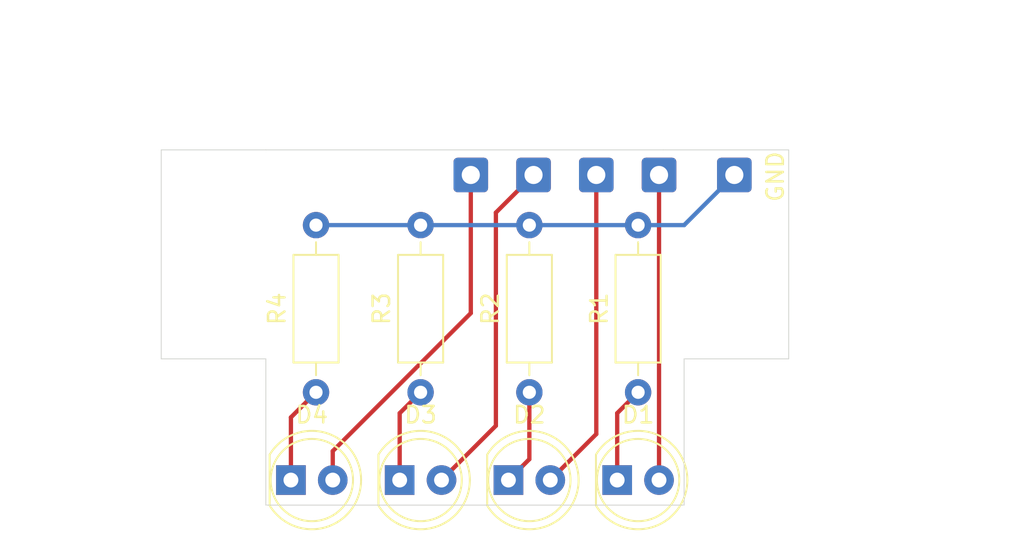
<source format=kicad_pcb>
(kicad_pcb (version 20171130) (host pcbnew "(5.1.9)-1")

  (general
    (thickness 1.6)
    (drawings 21)
    (tracks 21)
    (zones 0)
    (modules 15)
    (nets 10)
  )

  (page USLetter)
  (layers
    (0 F.Cu signal)
    (31 B.Cu signal)
    (32 B.Adhes user)
    (33 F.Adhes user)
    (34 B.Paste user)
    (35 F.Paste user)
    (36 B.SilkS user)
    (37 F.SilkS user)
    (38 B.Mask user)
    (39 F.Mask user)
    (40 Dwgs.User user)
    (41 Cmts.User user)
    (42 Eco1.User user)
    (43 Eco2.User user)
    (44 Edge.Cuts user)
    (45 Margin user)
    (46 B.CrtYd user)
    (47 F.CrtYd user)
    (48 B.Fab user)
    (49 F.Fab user)
  )

  (setup
    (last_trace_width 0.26)
    (trace_clearance 0.26)
    (zone_clearance 0.508)
    (zone_45_only no)
    (trace_min 0.2)
    (via_size 0.8)
    (via_drill 0.4)
    (via_min_size 0.4)
    (via_min_drill 0.3)
    (uvia_size 0.3)
    (uvia_drill 0.1)
    (uvias_allowed no)
    (uvia_min_size 0.2)
    (uvia_min_drill 0.1)
    (edge_width 0.05)
    (segment_width 0.2)
    (pcb_text_width 0.3)
    (pcb_text_size 1.5 1.5)
    (mod_edge_width 0.12)
    (mod_text_size 1 1)
    (mod_text_width 0.15)
    (pad_size 2.1 2.1)
    (pad_drill 1.1)
    (pad_to_mask_clearance 0)
    (aux_axis_origin 0 0)
    (visible_elements 7FFFFFFF)
    (pcbplotparams
      (layerselection 0x010fc_ffffffff)
      (usegerberextensions false)
      (usegerberattributes true)
      (usegerberadvancedattributes true)
      (creategerberjobfile true)
      (excludeedgelayer true)
      (linewidth 0.100000)
      (plotframeref false)
      (viasonmask false)
      (mode 1)
      (useauxorigin false)
      (hpglpennumber 1)
      (hpglpenspeed 20)
      (hpglpendiameter 15.000000)
      (psnegative false)
      (psa4output false)
      (plotreference true)
      (plotvalue true)
      (plotinvisibletext false)
      (padsonsilk false)
      (subtractmaskfromsilk false)
      (outputformat 1)
      (mirror false)
      (drillshape 0)
      (scaleselection 1)
      (outputdirectory "Gerber/"))
  )

  (net 0 "")
  (net 1 "Net-(D1-Pad1)")
  (net 2 "Net-(D1-Pad2)")
  (net 3 "Net-(D2-Pad2)")
  (net 4 "Net-(D2-Pad1)")
  (net 5 "Net-(D3-Pad1)")
  (net 6 "Net-(D3-Pad2)")
  (net 7 "Net-(D4-Pad2)")
  (net 8 "Net-(D4-Pad1)")
  (net 9 GND)

  (net_class Default "This is the default net class."
    (clearance 0.26)
    (trace_width 0.26)
    (via_dia 0.8)
    (via_drill 0.4)
    (uvia_dia 0.3)
    (uvia_drill 0.1)
    (add_net GND)
    (add_net "Net-(D1-Pad1)")
    (add_net "Net-(D1-Pad2)")
    (add_net "Net-(D2-Pad1)")
    (add_net "Net-(D2-Pad2)")
    (add_net "Net-(D3-Pad1)")
    (add_net "Net-(D3-Pad2)")
    (add_net "Net-(D4-Pad1)")
    (add_net "Net-(D4-Pad2)")
  )

  (module MountingHole:MountingHole_3.2mm_M3 (layer F.Cu) (tedit 56D1B4CB) (tstamp 631C7166)
    (at 116.078 95.504)
    (descr "Mounting Hole 3.2mm, no annular, M3")
    (tags "mounting hole 3.2mm no annular m3")
    (attr virtual)
    (fp_text reference REF** (at 0 -4.2) (layer Dwgs.User)
      (effects (font (size 1 1) (thickness 0.15)))
    )
    (fp_text value MountingHole_3.2mm_M3 (at 0 4.2) (layer F.Fab)
      (effects (font (size 1 1) (thickness 0.15)))
    )
    (fp_circle (center 0 0) (end 3.2 0) (layer Cmts.User) (width 0.15))
    (fp_circle (center 0 0) (end 3.45 0) (layer F.CrtYd) (width 0.05))
    (fp_text user %R (at 0.3 0) (layer F.Fab)
      (effects (font (size 1 1) (thickness 0.15)))
    )
    (pad 1 np_thru_hole circle (at 0 0) (size 3.2 3.2) (drill 3.2) (layers *.Cu *.Mask))
  )

  (module MountingHole:MountingHole_3.2mm_M3 (layer F.Cu) (tedit 56D1B4CB) (tstamp 631C70FD)
    (at 147.574 95.504)
    (descr "Mounting Hole 3.2mm, no annular, M3")
    (tags "mounting hole 3.2mm no annular m3")
    (attr virtual)
    (fp_text reference REF** (at 0 -4.2) (layer Dwgs.User)
      (effects (font (size 1 1) (thickness 0.15)))
    )
    (fp_text value MountingHole_3.2mm_M3 (at 0 4.2) (layer F.Fab)
      (effects (font (size 1 1) (thickness 0.15)))
    )
    (fp_text user %R (at 0.3 0) (layer F.Fab)
      (effects (font (size 1 1) (thickness 0.15)))
    )
    (fp_circle (center 0 0) (end 3.2 0) (layer Cmts.User) (width 0.15))
    (fp_circle (center 0 0) (end 3.45 0) (layer F.CrtYd) (width 0.05))
    (pad 1 np_thru_hole circle (at 0 0) (size 3.2 3.2) (drill 3.2) (layers *.Cu *.Mask))
  )

  (module Resistor_THT:R_Axial_DIN0207_L6.3mm_D2.5mm_P10.16mm_Horizontal (layer F.Cu) (tedit 5AE5139B) (tstamp 631A6EEF)
    (at 135.128 103.886 90)
    (descr "Resistor, Axial_DIN0207 series, Axial, Horizontal, pin pitch=10.16mm, 0.25W = 1/4W, length*diameter=6.3*2.5mm^2, http://cdn-reichelt.de/documents/datenblatt/B400/1_4W%23YAG.pdf")
    (tags "Resistor Axial_DIN0207 series Axial Horizontal pin pitch 10.16mm 0.25W = 1/4W length 6.3mm diameter 2.5mm")
    (path /63166AAE)
    (fp_text reference R2 (at 5.08 -2.37 90) (layer F.SilkS)
      (effects (font (size 1 1) (thickness 0.15)))
    )
    (fp_text value 220 (at 5.08 2.37 90) (layer F.Fab)
      (effects (font (size 1 1) (thickness 0.15)))
    )
    (fp_line (start 11.21 -1.5) (end -1.05 -1.5) (layer F.CrtYd) (width 0.05))
    (fp_line (start 11.21 1.5) (end 11.21 -1.5) (layer F.CrtYd) (width 0.05))
    (fp_line (start -1.05 1.5) (end 11.21 1.5) (layer F.CrtYd) (width 0.05))
    (fp_line (start -1.05 -1.5) (end -1.05 1.5) (layer F.CrtYd) (width 0.05))
    (fp_line (start 9.12 0) (end 8.35 0) (layer F.SilkS) (width 0.12))
    (fp_line (start 1.04 0) (end 1.81 0) (layer F.SilkS) (width 0.12))
    (fp_line (start 8.35 -1.37) (end 1.81 -1.37) (layer F.SilkS) (width 0.12))
    (fp_line (start 8.35 1.37) (end 8.35 -1.37) (layer F.SilkS) (width 0.12))
    (fp_line (start 1.81 1.37) (end 8.35 1.37) (layer F.SilkS) (width 0.12))
    (fp_line (start 1.81 -1.37) (end 1.81 1.37) (layer F.SilkS) (width 0.12))
    (fp_line (start 10.16 0) (end 8.23 0) (layer F.Fab) (width 0.1))
    (fp_line (start 0 0) (end 1.93 0) (layer F.Fab) (width 0.1))
    (fp_line (start 8.23 -1.25) (end 1.93 -1.25) (layer F.Fab) (width 0.1))
    (fp_line (start 8.23 1.25) (end 8.23 -1.25) (layer F.Fab) (width 0.1))
    (fp_line (start 1.93 1.25) (end 8.23 1.25) (layer F.Fab) (width 0.1))
    (fp_line (start 1.93 -1.25) (end 1.93 1.25) (layer F.Fab) (width 0.1))
    (fp_text user %R (at 5.08 0 90) (layer F.Fab)
      (effects (font (size 1 1) (thickness 0.15)))
    )
    (pad 2 thru_hole oval (at 10.16 0 90) (size 1.6 1.6) (drill 0.8) (layers *.Cu *.Mask)
      (net 9 GND))
    (pad 1 thru_hole circle (at 0 0 90) (size 1.6 1.6) (drill 0.8) (layers *.Cu *.Mask)
      (net 4 "Net-(D2-Pad1)"))
    (model ${KISYS3DMOD}/Resistor_THT.3dshapes/R_Axial_DIN0207_L6.3mm_D2.5mm_P10.16mm_Horizontal.wrl
      (at (xyz 0 0 0))
      (scale (xyz 1 1 1))
      (rotate (xyz 0 0 0))
    )
  )

  (module Connector_Wire:SolderWire-0.5sqmm_1x01_D0.9mm_OD2.1mm (layer F.Cu) (tedit 631BC76E) (tstamp 631BC74C)
    (at 147.574 90.678)
    (descr "Soldered wire connection, for a single 0.5 mm² wire, basic insulation, conductor diameter 0.9mm, outer diameter 2.1mm, size source Multi-Contact FLEXI-E 0.5 (https://ec.staubli.com/AcroFiles/Catalogues/TM_Cab-Main-11014119_(en)_hi.pdf), bend radius 3 times outer diameter, generated with kicad-footprint-generator")
    (tags "connector wire 0.5sqmm")
    (attr virtual)
    (fp_text reference GND (at 2.4892 0.1016 90) (layer F.SilkS)
      (effects (font (size 1 1) (thickness 0.15)))
    )
    (fp_text value SolderWire-0.5sqmm_1x01_D0.9mm_OD2.1mm (at 0 2.25) (layer F.Fab)
      (effects (font (size 1 1) (thickness 0.15)))
    )
    (fp_circle (center 0 0) (end 1.05 0) (layer F.Fab) (width 0.1))
    (fp_line (start -1.8 -1.55) (end -1.8 1.55) (layer F.CrtYd) (width 0.05))
    (fp_line (start -1.8 1.55) (end 1.8 1.55) (layer F.CrtYd) (width 0.05))
    (fp_line (start 1.8 1.55) (end 1.8 -1.55) (layer F.CrtYd) (width 0.05))
    (fp_line (start 1.8 -1.55) (end -1.8 -1.55) (layer F.CrtYd) (width 0.05))
    (fp_text user %R (at 0 0) (layer F.Fab)
      (effects (font (size 0.52 0.52) (thickness 0.08)))
    )
    (pad 1 thru_hole roundrect (at 0 0) (size 2.1 2.1) (drill 1.1) (layers *.Cu *.Mask) (roundrect_rratio 0.119)
      (net 9 GND))
    (model ${KISYS3DMOD}/Connector_Wire.3dshapes/SolderWire-0.5sqmm_1x01_D0.9mm_OD2.1mm.wrl
      (at (xyz 0 0 0))
      (scale (xyz 1 1 1))
      (rotate (xyz 0 0 0))
    )
  )

  (module Connector_Wire:SolderWire-0.5sqmm_1x01_D0.9mm_OD2.1mm (layer F.Cu) (tedit 631AA7AC) (tstamp 631B7F6D)
    (at 143.002 90.678)
    (descr "Soldered wire connection, for a single 0.5 mm² wire, basic insulation, conductor diameter 0.9mm, outer diameter 2.1mm, size source Multi-Contact FLEXI-E 0.5 (https://ec.staubli.com/AcroFiles/Catalogues/TM_Cab-Main-11014119_(en)_hi.pdf), bend radius 3 times outer diameter, generated with kicad-footprint-generator")
    (tags "connector wire 0.5sqmm")
    (attr virtual)
    (fp_text reference REF** (at 0 -2.25) (layer Dwgs.User)
      (effects (font (size 1 1) (thickness 0.15)))
    )
    (fp_text value SolderWire-0.5sqmm_1x01_D0.9mm_OD2.1mm (at 0 2.25) (layer F.Fab)
      (effects (font (size 1 1) (thickness 0.15)))
    )
    (fp_circle (center 0 0) (end 1.05 0) (layer F.Fab) (width 0.1))
    (fp_line (start -1.8 -1.55) (end -1.8 1.55) (layer F.CrtYd) (width 0.05))
    (fp_line (start -1.8 1.55) (end 1.8 1.55) (layer F.CrtYd) (width 0.05))
    (fp_line (start 1.8 1.55) (end 1.8 -1.55) (layer F.CrtYd) (width 0.05))
    (fp_line (start 1.8 -1.55) (end -1.8 -1.55) (layer F.CrtYd) (width 0.05))
    (fp_text user %R (at 0 0) (layer F.Fab)
      (effects (font (size 0.52 0.52) (thickness 0.08)))
    )
    (pad 1 thru_hole roundrect (at 0 0) (size 2.1 2.1) (drill 1.1) (layers *.Cu *.Mask) (roundrect_rratio 0.119)
      (net 2 "Net-(D1-Pad2)"))
    (model ${KISYS3DMOD}/Connector_Wire.3dshapes/SolderWire-0.5sqmm_1x01_D0.9mm_OD2.1mm.wrl
      (at (xyz 0 0 0))
      (scale (xyz 1 1 1))
      (rotate (xyz 0 0 0))
    )
  )

  (module Connector_Wire:SolderWire-0.5sqmm_1x01_D0.9mm_OD2.1mm (layer F.Cu) (tedit 631AA7BC) (tstamp 631B7F6D)
    (at 139.192 90.678)
    (descr "Soldered wire connection, for a single 0.5 mm² wire, basic insulation, conductor diameter 0.9mm, outer diameter 2.1mm, size source Multi-Contact FLEXI-E 0.5 (https://ec.staubli.com/AcroFiles/Catalogues/TM_Cab-Main-11014119_(en)_hi.pdf), bend radius 3 times outer diameter, generated with kicad-footprint-generator")
    (tags "connector wire 0.5sqmm")
    (attr virtual)
    (fp_text reference REF** (at 0 -2.25) (layer Dwgs.User)
      (effects (font (size 1 1) (thickness 0.15)))
    )
    (fp_text value SolderWire-0.5sqmm_1x01_D0.9mm_OD2.1mm (at 0 2.25) (layer F.Fab)
      (effects (font (size 1 1) (thickness 0.15)))
    )
    (fp_circle (center 0 0) (end 1.05 0) (layer F.Fab) (width 0.1))
    (fp_line (start -1.8 -1.55) (end -1.8 1.55) (layer F.CrtYd) (width 0.05))
    (fp_line (start -1.8 1.55) (end 1.8 1.55) (layer F.CrtYd) (width 0.05))
    (fp_line (start 1.8 1.55) (end 1.8 -1.55) (layer F.CrtYd) (width 0.05))
    (fp_line (start 1.8 -1.55) (end -1.8 -1.55) (layer F.CrtYd) (width 0.05))
    (fp_text user %R (at 0 0) (layer F.Fab)
      (effects (font (size 0.52 0.52) (thickness 0.08)))
    )
    (pad 1 thru_hole roundrect (at 0 0) (size 2.1 2.1) (drill 1.1) (layers *.Cu *.Mask) (roundrect_rratio 0.119)
      (net 3 "Net-(D2-Pad2)"))
    (model ${KISYS3DMOD}/Connector_Wire.3dshapes/SolderWire-0.5sqmm_1x01_D0.9mm_OD2.1mm.wrl
      (at (xyz 0 0 0))
      (scale (xyz 1 1 1))
      (rotate (xyz 0 0 0))
    )
  )

  (module Connector_Wire:SolderWire-0.5sqmm_1x01_D0.9mm_OD2.1mm (layer F.Cu) (tedit 631AA7CD) (tstamp 631B7F0E)
    (at 135.382 90.678)
    (descr "Soldered wire connection, for a single 0.5 mm² wire, basic insulation, conductor diameter 0.9mm, outer diameter 2.1mm, size source Multi-Contact FLEXI-E 0.5 (https://ec.staubli.com/AcroFiles/Catalogues/TM_Cab-Main-11014119_(en)_hi.pdf), bend radius 3 times outer diameter, generated with kicad-footprint-generator")
    (tags "connector wire 0.5sqmm")
    (attr virtual)
    (fp_text reference REF** (at 0 -2.25) (layer Dwgs.User)
      (effects (font (size 1 1) (thickness 0.15)))
    )
    (fp_text value SolderWire-0.5sqmm_1x01_D0.9mm_OD2.1mm (at 0 2.25) (layer F.Fab)
      (effects (font (size 1 1) (thickness 0.15)))
    )
    (fp_circle (center 0 0) (end 1.05 0) (layer F.Fab) (width 0.1))
    (fp_line (start -1.8 -1.55) (end -1.8 1.55) (layer F.CrtYd) (width 0.05))
    (fp_line (start -1.8 1.55) (end 1.8 1.55) (layer F.CrtYd) (width 0.05))
    (fp_line (start 1.8 1.55) (end 1.8 -1.55) (layer F.CrtYd) (width 0.05))
    (fp_line (start 1.8 -1.55) (end -1.8 -1.55) (layer F.CrtYd) (width 0.05))
    (fp_text user %R (at 0 0) (layer F.Fab)
      (effects (font (size 0.52 0.52) (thickness 0.08)))
    )
    (pad 1 thru_hole roundrect (at 0 0) (size 2.1 2.1) (drill 1.1) (layers *.Cu *.Mask) (roundrect_rratio 0.119)
      (net 6 "Net-(D3-Pad2)"))
    (model ${KISYS3DMOD}/Connector_Wire.3dshapes/SolderWire-0.5sqmm_1x01_D0.9mm_OD2.1mm.wrl
      (at (xyz 0 0 0))
      (scale (xyz 1 1 1))
      (rotate (xyz 0 0 0))
    )
  )

  (module Connector_Wire:SolderWire-0.5sqmm_1x01_D0.9mm_OD2.1mm (layer F.Cu) (tedit 631AA7DD) (tstamp 631B7E91)
    (at 131.572 90.678)
    (descr "Soldered wire connection, for a single 0.5 mm² wire, basic insulation, conductor diameter 0.9mm, outer diameter 2.1mm, size source Multi-Contact FLEXI-E 0.5 (https://ec.staubli.com/AcroFiles/Catalogues/TM_Cab-Main-11014119_(en)_hi.pdf), bend radius 3 times outer diameter, generated with kicad-footprint-generator")
    (tags "connector wire 0.5sqmm")
    (attr virtual)
    (fp_text reference REF** (at 0 -2.25) (layer Dwgs.User)
      (effects (font (size 1 1) (thickness 0.15)))
    )
    (fp_text value SolderWire-0.5sqmm_1x01_D0.9mm_OD2.1mm (at 0 2.25) (layer F.Fab)
      (effects (font (size 1 1) (thickness 0.15)))
    )
    (fp_circle (center 0 0) (end 1.05 0) (layer F.Fab) (width 0.1))
    (fp_line (start -1.8 -1.55) (end -1.8 1.55) (layer F.CrtYd) (width 0.05))
    (fp_line (start -1.8 1.55) (end 1.8 1.55) (layer F.CrtYd) (width 0.05))
    (fp_line (start 1.8 1.55) (end 1.8 -1.55) (layer F.CrtYd) (width 0.05))
    (fp_line (start 1.8 -1.55) (end -1.8 -1.55) (layer F.CrtYd) (width 0.05))
    (fp_text user %R (at 0 0) (layer F.Fab)
      (effects (font (size 0.52 0.52) (thickness 0.08)))
    )
    (pad 1 thru_hole roundrect (at 0 0) (size 2.1 2.1) (drill 1.1) (layers *.Cu *.Mask) (roundrect_rratio 0.119)
      (net 7 "Net-(D4-Pad2)"))
    (model ${KISYS3DMOD}/Connector_Wire.3dshapes/SolderWire-0.5sqmm_1x01_D0.9mm_OD2.1mm.wrl
      (at (xyz 0 0 0))
      (scale (xyz 1 1 1))
      (rotate (xyz 0 0 0))
    )
  )

  (module LED_THT:LED_D5.0mm (layer F.Cu) (tedit 5995936A) (tstamp 631A6E8B)
    (at 140.462 109.22)
    (descr "LED, diameter 5.0mm, 2 pins, http://cdn-reichelt.de/documents/datenblatt/A500/LL-504BC2E-009.pdf")
    (tags "LED diameter 5.0mm 2 pins")
    (path /631A7299)
    (fp_text reference D1 (at 1.27 -3.96) (layer F.SilkS)
      (effects (font (size 1 1) (thickness 0.15)))
    )
    (fp_text value LED (at 1.27 3.96) (layer F.Fab)
      (effects (font (size 1 1) (thickness 0.15)))
    )
    (fp_circle (center 1.27 0) (end 3.77 0) (layer F.Fab) (width 0.1))
    (fp_circle (center 1.27 0) (end 3.77 0) (layer F.SilkS) (width 0.12))
    (fp_line (start -1.23 -1.469694) (end -1.23 1.469694) (layer F.Fab) (width 0.1))
    (fp_line (start -1.29 -1.545) (end -1.29 1.545) (layer F.SilkS) (width 0.12))
    (fp_line (start -1.95 -3.25) (end -1.95 3.25) (layer F.CrtYd) (width 0.05))
    (fp_line (start -1.95 3.25) (end 4.5 3.25) (layer F.CrtYd) (width 0.05))
    (fp_line (start 4.5 3.25) (end 4.5 -3.25) (layer F.CrtYd) (width 0.05))
    (fp_line (start 4.5 -3.25) (end -1.95 -3.25) (layer F.CrtYd) (width 0.05))
    (fp_arc (start 1.27 0) (end -1.23 -1.469694) (angle 299.1) (layer F.Fab) (width 0.1))
    (fp_arc (start 1.27 0) (end -1.29 -1.54483) (angle 148.9) (layer F.SilkS) (width 0.12))
    (fp_arc (start 1.27 0) (end -1.29 1.54483) (angle -148.9) (layer F.SilkS) (width 0.12))
    (fp_text user %R (at 1.25 0) (layer F.Fab)
      (effects (font (size 0.8 0.8) (thickness 0.2)))
    )
    (pad 1 thru_hole rect (at 0 0) (size 1.8 1.8) (drill 0.9) (layers *.Cu *.Mask)
      (net 1 "Net-(D1-Pad1)"))
    (pad 2 thru_hole circle (at 2.54 0) (size 1.8 1.8) (drill 0.9) (layers *.Cu *.Mask)
      (net 2 "Net-(D1-Pad2)"))
    (model ${KISYS3DMOD}/LED_THT.3dshapes/LED_D5.0mm.wrl
      (at (xyz 0 0 0))
      (scale (xyz 1 1 1))
      (rotate (xyz 0 0 0))
    )
  )

  (module LED_THT:LED_D5.0mm (layer F.Cu) (tedit 5995936A) (tstamp 631A6E9D)
    (at 133.858 109.22)
    (descr "LED, diameter 5.0mm, 2 pins, http://cdn-reichelt.de/documents/datenblatt/A500/LL-504BC2E-009.pdf")
    (tags "LED diameter 5.0mm 2 pins")
    (path /631A7E7D)
    (fp_text reference D2 (at 1.27 -3.96) (layer F.SilkS)
      (effects (font (size 1 1) (thickness 0.15)))
    )
    (fp_text value LED (at 1.27 3.96) (layer F.Fab)
      (effects (font (size 1 1) (thickness 0.15)))
    )
    (fp_line (start 4.5 -3.25) (end -1.95 -3.25) (layer F.CrtYd) (width 0.05))
    (fp_line (start 4.5 3.25) (end 4.5 -3.25) (layer F.CrtYd) (width 0.05))
    (fp_line (start -1.95 3.25) (end 4.5 3.25) (layer F.CrtYd) (width 0.05))
    (fp_line (start -1.95 -3.25) (end -1.95 3.25) (layer F.CrtYd) (width 0.05))
    (fp_line (start -1.29 -1.545) (end -1.29 1.545) (layer F.SilkS) (width 0.12))
    (fp_line (start -1.23 -1.469694) (end -1.23 1.469694) (layer F.Fab) (width 0.1))
    (fp_circle (center 1.27 0) (end 3.77 0) (layer F.SilkS) (width 0.12))
    (fp_circle (center 1.27 0) (end 3.77 0) (layer F.Fab) (width 0.1))
    (fp_text user %R (at 1.25 0) (layer F.Fab)
      (effects (font (size 0.8 0.8) (thickness 0.2)))
    )
    (fp_arc (start 1.27 0) (end -1.29 1.54483) (angle -148.9) (layer F.SilkS) (width 0.12))
    (fp_arc (start 1.27 0) (end -1.29 -1.54483) (angle 148.9) (layer F.SilkS) (width 0.12))
    (fp_arc (start 1.27 0) (end -1.23 -1.469694) (angle 299.1) (layer F.Fab) (width 0.1))
    (pad 2 thru_hole circle (at 2.54 0) (size 1.8 1.8) (drill 0.9) (layers *.Cu *.Mask)
      (net 3 "Net-(D2-Pad2)"))
    (pad 1 thru_hole rect (at 0 0) (size 1.8 1.8) (drill 0.9) (layers *.Cu *.Mask)
      (net 4 "Net-(D2-Pad1)"))
    (model ${KISYS3DMOD}/LED_THT.3dshapes/LED_D5.0mm.wrl
      (at (xyz 0 0 0))
      (scale (xyz 1 1 1))
      (rotate (xyz 0 0 0))
    )
  )

  (module LED_THT:LED_D5.0mm (layer F.Cu) (tedit 5995936A) (tstamp 631A6EAF)
    (at 127.254 109.22)
    (descr "LED, diameter 5.0mm, 2 pins, http://cdn-reichelt.de/documents/datenblatt/A500/LL-504BC2E-009.pdf")
    (tags "LED diameter 5.0mm 2 pins")
    (path /631A866B)
    (fp_text reference D3 (at 1.27 -3.96) (layer F.SilkS)
      (effects (font (size 1 1) (thickness 0.15)))
    )
    (fp_text value LED (at 1.27 3.96) (layer F.Fab)
      (effects (font (size 1 1) (thickness 0.15)))
    )
    (fp_circle (center 1.27 0) (end 3.77 0) (layer F.Fab) (width 0.1))
    (fp_circle (center 1.27 0) (end 3.77 0) (layer F.SilkS) (width 0.12))
    (fp_line (start -1.23 -1.469694) (end -1.23 1.469694) (layer F.Fab) (width 0.1))
    (fp_line (start -1.29 -1.545) (end -1.29 1.545) (layer F.SilkS) (width 0.12))
    (fp_line (start -1.95 -3.25) (end -1.95 3.25) (layer F.CrtYd) (width 0.05))
    (fp_line (start -1.95 3.25) (end 4.5 3.25) (layer F.CrtYd) (width 0.05))
    (fp_line (start 4.5 3.25) (end 4.5 -3.25) (layer F.CrtYd) (width 0.05))
    (fp_line (start 4.5 -3.25) (end -1.95 -3.25) (layer F.CrtYd) (width 0.05))
    (fp_arc (start 1.27 0) (end -1.23 -1.469694) (angle 299.1) (layer F.Fab) (width 0.1))
    (fp_arc (start 1.27 0) (end -1.29 -1.54483) (angle 148.9) (layer F.SilkS) (width 0.12))
    (fp_arc (start 1.27 0) (end -1.29 1.54483) (angle -148.9) (layer F.SilkS) (width 0.12))
    (fp_text user %R (at 1.25 0) (layer F.Fab)
      (effects (font (size 0.8 0.8) (thickness 0.2)))
    )
    (pad 1 thru_hole rect (at 0 0) (size 1.8 1.8) (drill 0.9) (layers *.Cu *.Mask)
      (net 5 "Net-(D3-Pad1)"))
    (pad 2 thru_hole circle (at 2.54 0) (size 1.8 1.8) (drill 0.9) (layers *.Cu *.Mask)
      (net 6 "Net-(D3-Pad2)"))
    (model ${KISYS3DMOD}/LED_THT.3dshapes/LED_D5.0mm.wrl
      (at (xyz 0 0 0))
      (scale (xyz 1 1 1))
      (rotate (xyz 0 0 0))
    )
  )

  (module LED_THT:LED_D5.0mm (layer F.Cu) (tedit 5995936A) (tstamp 631A6EC1)
    (at 120.65 109.22)
    (descr "LED, diameter 5.0mm, 2 pins, http://cdn-reichelt.de/documents/datenblatt/A500/LL-504BC2E-009.pdf")
    (tags "LED diameter 5.0mm 2 pins")
    (path /631A8F73)
    (fp_text reference D4 (at 1.27 -3.96) (layer F.SilkS)
      (effects (font (size 1 1) (thickness 0.15)))
    )
    (fp_text value LED (at 1.27 3.96) (layer F.Fab)
      (effects (font (size 1 1) (thickness 0.15)))
    )
    (fp_line (start 4.5 -3.25) (end -1.95 -3.25) (layer F.CrtYd) (width 0.05))
    (fp_line (start 4.5 3.25) (end 4.5 -3.25) (layer F.CrtYd) (width 0.05))
    (fp_line (start -1.95 3.25) (end 4.5 3.25) (layer F.CrtYd) (width 0.05))
    (fp_line (start -1.95 -3.25) (end -1.95 3.25) (layer F.CrtYd) (width 0.05))
    (fp_line (start -1.29 -1.545) (end -1.29 1.545) (layer F.SilkS) (width 0.12))
    (fp_line (start -1.23 -1.469694) (end -1.23 1.469694) (layer F.Fab) (width 0.1))
    (fp_circle (center 1.27 0) (end 3.77 0) (layer F.SilkS) (width 0.12))
    (fp_circle (center 1.27 0) (end 3.77 0) (layer F.Fab) (width 0.1))
    (fp_text user %R (at 1.25 0) (layer F.Fab)
      (effects (font (size 0.8 0.8) (thickness 0.2)))
    )
    (fp_arc (start 1.27 0) (end -1.29 1.54483) (angle -148.9) (layer F.SilkS) (width 0.12))
    (fp_arc (start 1.27 0) (end -1.29 -1.54483) (angle 148.9) (layer F.SilkS) (width 0.12))
    (fp_arc (start 1.27 0) (end -1.23 -1.469694) (angle 299.1) (layer F.Fab) (width 0.1))
    (pad 2 thru_hole circle (at 2.54 0) (size 1.8 1.8) (drill 0.9) (layers *.Cu *.Mask)
      (net 7 "Net-(D4-Pad2)"))
    (pad 1 thru_hole rect (at 0 0) (size 1.8 1.8) (drill 0.9) (layers *.Cu *.Mask)
      (net 8 "Net-(D4-Pad1)"))
    (model ${KISYS3DMOD}/LED_THT.3dshapes/LED_D5.0mm.wrl
      (at (xyz 0 0 0))
      (scale (xyz 1 1 1))
      (rotate (xyz 0 0 0))
    )
  )

  (module Resistor_THT:R_Axial_DIN0207_L6.3mm_D2.5mm_P10.16mm_Horizontal (layer F.Cu) (tedit 5AE5139B) (tstamp 631A6ED8)
    (at 141.732 103.886 90)
    (descr "Resistor, Axial_DIN0207 series, Axial, Horizontal, pin pitch=10.16mm, 0.25W = 1/4W, length*diameter=6.3*2.5mm^2, http://cdn-reichelt.de/documents/datenblatt/B400/1_4W%23YAG.pdf")
    (tags "Resistor Axial_DIN0207 series Axial Horizontal pin pitch 10.16mm 0.25W = 1/4W length 6.3mm diameter 2.5mm")
    (path /63109F94)
    (fp_text reference R1 (at 5.08 -2.37 90) (layer F.SilkS)
      (effects (font (size 1 1) (thickness 0.15)))
    )
    (fp_text value 220 (at 5.08 2.37 90) (layer F.Fab)
      (effects (font (size 1 1) (thickness 0.15)))
    )
    (fp_line (start 1.93 -1.25) (end 1.93 1.25) (layer F.Fab) (width 0.1))
    (fp_line (start 1.93 1.25) (end 8.23 1.25) (layer F.Fab) (width 0.1))
    (fp_line (start 8.23 1.25) (end 8.23 -1.25) (layer F.Fab) (width 0.1))
    (fp_line (start 8.23 -1.25) (end 1.93 -1.25) (layer F.Fab) (width 0.1))
    (fp_line (start 0 0) (end 1.93 0) (layer F.Fab) (width 0.1))
    (fp_line (start 10.16 0) (end 8.23 0) (layer F.Fab) (width 0.1))
    (fp_line (start 1.81 -1.37) (end 1.81 1.37) (layer F.SilkS) (width 0.12))
    (fp_line (start 1.81 1.37) (end 8.35 1.37) (layer F.SilkS) (width 0.12))
    (fp_line (start 8.35 1.37) (end 8.35 -1.37) (layer F.SilkS) (width 0.12))
    (fp_line (start 8.35 -1.37) (end 1.81 -1.37) (layer F.SilkS) (width 0.12))
    (fp_line (start 1.04 0) (end 1.81 0) (layer F.SilkS) (width 0.12))
    (fp_line (start 9.12 0) (end 8.35 0) (layer F.SilkS) (width 0.12))
    (fp_line (start -1.05 -1.5) (end -1.05 1.5) (layer F.CrtYd) (width 0.05))
    (fp_line (start -1.05 1.5) (end 11.21 1.5) (layer F.CrtYd) (width 0.05))
    (fp_line (start 11.21 1.5) (end 11.21 -1.5) (layer F.CrtYd) (width 0.05))
    (fp_line (start 11.21 -1.5) (end -1.05 -1.5) (layer F.CrtYd) (width 0.05))
    (fp_text user %R (at 5.08 0 90) (layer F.Fab)
      (effects (font (size 1 1) (thickness 0.15)))
    )
    (pad 1 thru_hole circle (at 0 0 90) (size 1.6 1.6) (drill 0.8) (layers *.Cu *.Mask)
      (net 1 "Net-(D1-Pad1)"))
    (pad 2 thru_hole oval (at 10.16 0 90) (size 1.6 1.6) (drill 0.8) (layers *.Cu *.Mask)
      (net 9 GND))
    (model ${KISYS3DMOD}/Resistor_THT.3dshapes/R_Axial_DIN0207_L6.3mm_D2.5mm_P10.16mm_Horizontal.wrl
      (at (xyz 0 0 0))
      (scale (xyz 1 1 1))
      (rotate (xyz 0 0 0))
    )
  )

  (module Resistor_THT:R_Axial_DIN0207_L6.3mm_D2.5mm_P10.16mm_Horizontal (layer F.Cu) (tedit 5AE5139B) (tstamp 631A6F06)
    (at 128.524 103.886 90)
    (descr "Resistor, Axial_DIN0207 series, Axial, Horizontal, pin pitch=10.16mm, 0.25W = 1/4W, length*diameter=6.3*2.5mm^2, http://cdn-reichelt.de/documents/datenblatt/B400/1_4W%23YAG.pdf")
    (tags "Resistor Axial_DIN0207 series Axial Horizontal pin pitch 10.16mm 0.25W = 1/4W length 6.3mm diameter 2.5mm")
    (path /63167477)
    (fp_text reference R3 (at 5.08 -2.37 90) (layer F.SilkS)
      (effects (font (size 1 1) (thickness 0.15)))
    )
    (fp_text value 220 (at 5.08 2.37 90) (layer F.Fab)
      (effects (font (size 1 1) (thickness 0.15)))
    )
    (fp_line (start 1.93 -1.25) (end 1.93 1.25) (layer F.Fab) (width 0.1))
    (fp_line (start 1.93 1.25) (end 8.23 1.25) (layer F.Fab) (width 0.1))
    (fp_line (start 8.23 1.25) (end 8.23 -1.25) (layer F.Fab) (width 0.1))
    (fp_line (start 8.23 -1.25) (end 1.93 -1.25) (layer F.Fab) (width 0.1))
    (fp_line (start 0 0) (end 1.93 0) (layer F.Fab) (width 0.1))
    (fp_line (start 10.16 0) (end 8.23 0) (layer F.Fab) (width 0.1))
    (fp_line (start 1.81 -1.37) (end 1.81 1.37) (layer F.SilkS) (width 0.12))
    (fp_line (start 1.81 1.37) (end 8.35 1.37) (layer F.SilkS) (width 0.12))
    (fp_line (start 8.35 1.37) (end 8.35 -1.37) (layer F.SilkS) (width 0.12))
    (fp_line (start 8.35 -1.37) (end 1.81 -1.37) (layer F.SilkS) (width 0.12))
    (fp_line (start 1.04 0) (end 1.81 0) (layer F.SilkS) (width 0.12))
    (fp_line (start 9.12 0) (end 8.35 0) (layer F.SilkS) (width 0.12))
    (fp_line (start -1.05 -1.5) (end -1.05 1.5) (layer F.CrtYd) (width 0.05))
    (fp_line (start -1.05 1.5) (end 11.21 1.5) (layer F.CrtYd) (width 0.05))
    (fp_line (start 11.21 1.5) (end 11.21 -1.5) (layer F.CrtYd) (width 0.05))
    (fp_line (start 11.21 -1.5) (end -1.05 -1.5) (layer F.CrtYd) (width 0.05))
    (fp_text user %R (at 5.08 0 90) (layer F.Fab)
      (effects (font (size 1 1) (thickness 0.15)))
    )
    (pad 1 thru_hole circle (at 0 0 90) (size 1.6 1.6) (drill 0.8) (layers *.Cu *.Mask)
      (net 5 "Net-(D3-Pad1)"))
    (pad 2 thru_hole oval (at 10.16 0 90) (size 1.6 1.6) (drill 0.8) (layers *.Cu *.Mask)
      (net 9 GND))
    (model ${KISYS3DMOD}/Resistor_THT.3dshapes/R_Axial_DIN0207_L6.3mm_D2.5mm_P10.16mm_Horizontal.wrl
      (at (xyz 0 0 0))
      (scale (xyz 1 1 1))
      (rotate (xyz 0 0 0))
    )
  )

  (module Resistor_THT:R_Axial_DIN0207_L6.3mm_D2.5mm_P10.16mm_Horizontal (layer F.Cu) (tedit 5AE5139B) (tstamp 631A6F1D)
    (at 122.174 103.886 90)
    (descr "Resistor, Axial_DIN0207 series, Axial, Horizontal, pin pitch=10.16mm, 0.25W = 1/4W, length*diameter=6.3*2.5mm^2, http://cdn-reichelt.de/documents/datenblatt/B400/1_4W%23YAG.pdf")
    (tags "Resistor Axial_DIN0207 series Axial Horizontal pin pitch 10.16mm 0.25W = 1/4W length 6.3mm diameter 2.5mm")
    (path /63167E88)
    (fp_text reference R4 (at 5.08 -2.37 90) (layer F.SilkS)
      (effects (font (size 1 1) (thickness 0.15)))
    )
    (fp_text value 220 (at 5.08 2.37 90) (layer F.Fab)
      (effects (font (size 1 1) (thickness 0.15)))
    )
    (fp_line (start 11.21 -1.5) (end -1.05 -1.5) (layer F.CrtYd) (width 0.05))
    (fp_line (start 11.21 1.5) (end 11.21 -1.5) (layer F.CrtYd) (width 0.05))
    (fp_line (start -1.05 1.5) (end 11.21 1.5) (layer F.CrtYd) (width 0.05))
    (fp_line (start -1.05 -1.5) (end -1.05 1.5) (layer F.CrtYd) (width 0.05))
    (fp_line (start 9.12 0) (end 8.35 0) (layer F.SilkS) (width 0.12))
    (fp_line (start 1.04 0) (end 1.81 0) (layer F.SilkS) (width 0.12))
    (fp_line (start 8.35 -1.37) (end 1.81 -1.37) (layer F.SilkS) (width 0.12))
    (fp_line (start 8.35 1.37) (end 8.35 -1.37) (layer F.SilkS) (width 0.12))
    (fp_line (start 1.81 1.37) (end 8.35 1.37) (layer F.SilkS) (width 0.12))
    (fp_line (start 1.81 -1.37) (end 1.81 1.37) (layer F.SilkS) (width 0.12))
    (fp_line (start 10.16 0) (end 8.23 0) (layer F.Fab) (width 0.1))
    (fp_line (start 0 0) (end 1.93 0) (layer F.Fab) (width 0.1))
    (fp_line (start 8.23 -1.25) (end 1.93 -1.25) (layer F.Fab) (width 0.1))
    (fp_line (start 8.23 1.25) (end 8.23 -1.25) (layer F.Fab) (width 0.1))
    (fp_line (start 1.93 1.25) (end 8.23 1.25) (layer F.Fab) (width 0.1))
    (fp_line (start 1.93 -1.25) (end 1.93 1.25) (layer F.Fab) (width 0.1))
    (fp_text user %R (at 5.08 0 90) (layer F.Fab)
      (effects (font (size 1 1) (thickness 0.15)))
    )
    (pad 2 thru_hole oval (at 10.16 0 90) (size 1.6 1.6) (drill 0.8) (layers *.Cu *.Mask)
      (net 9 GND))
    (pad 1 thru_hole circle (at 0 0 90) (size 1.6 1.6) (drill 0.8) (layers *.Cu *.Mask)
      (net 8 "Net-(D4-Pad1)"))
    (model ${KISYS3DMOD}/Resistor_THT.3dshapes/R_Axial_DIN0207_L6.3mm_D2.5mm_P10.16mm_Horizontal.wrl
      (at (xyz 0 0 0))
      (scale (xyz 1 1 1))
      (rotate (xyz 0 0 0))
    )
  )

  (dimension 21.59 (width 0.15) (layer Dwgs.User)
    (gr_text "0.8500 in" (at 153.192 99.949 270) (layer Dwgs.User)
      (effects (font (size 1 1) (thickness 0.15)))
    )
    (feature1 (pts (xy 150.876 110.744) (xy 152.478421 110.744)))
    (feature2 (pts (xy 150.876 89.154) (xy 152.478421 89.154)))
    (crossbar (pts (xy 151.892 89.154) (xy 151.892 110.744)))
    (arrow1a (pts (xy 151.892 110.744) (xy 151.305579 109.617496)))
    (arrow1b (pts (xy 151.892 110.744) (xy 152.478421 109.617496)))
    (arrow2a (pts (xy 151.892 89.154) (xy 151.305579 90.280504)))
    (arrow2b (pts (xy 151.892 89.154) (xy 152.478421 90.280504)))
  )
  (dimension 38.1 (width 0.15) (layer Dwgs.User)
    (gr_text "1.5000 in" (at 131.826 80.742) (layer Dwgs.User)
      (effects (font (size 1 1) (thickness 0.15)))
    )
    (feature1 (pts (xy 150.876 89.154) (xy 150.876 81.455579)))
    (feature2 (pts (xy 112.776 89.154) (xy 112.776 81.455579)))
    (crossbar (pts (xy 112.776 82.042) (xy 150.876 82.042)))
    (arrow1a (pts (xy 150.876 82.042) (xy 149.749496 82.628421)))
    (arrow1b (pts (xy 150.876 82.042) (xy 149.749496 81.455579)))
    (arrow2a (pts (xy 112.776 82.042) (xy 113.902504 82.628421)))
    (arrow2b (pts (xy 112.776 82.042) (xy 113.902504 81.455579)))
  )
  (dimension 31.496 (width 0.15) (layer Dwgs.User)
    (gr_text "1.2400 in" (at 131.826 84.044) (layer Dwgs.User)
      (effects (font (size 1 1) (thickness 0.15)))
    )
    (feature1 (pts (xy 147.574 95.504) (xy 147.574 84.757579)))
    (feature2 (pts (xy 116.078 95.504) (xy 116.078 84.757579)))
    (crossbar (pts (xy 116.078 85.344) (xy 147.574 85.344)))
    (arrow1a (pts (xy 147.574 85.344) (xy 146.447496 85.930421)))
    (arrow1b (pts (xy 147.574 85.344) (xy 146.447496 84.757579)))
    (arrow2a (pts (xy 116.078 85.344) (xy 117.204504 85.930421)))
    (arrow2b (pts (xy 116.078 85.344) (xy 117.204504 84.757579)))
  )
  (dimension 3.302 (width 0.15) (layer Dwgs.User)
    (gr_text "0.1300 in" (at 114.427 98.328) (layer Dwgs.User)
      (effects (font (size 1 1) (thickness 0.15)))
    )
    (feature1 (pts (xy 116.078 95.504) (xy 116.078 97.614421)))
    (feature2 (pts (xy 112.776 95.504) (xy 112.776 97.614421)))
    (crossbar (pts (xy 112.776 97.028) (xy 116.078 97.028)))
    (arrow1a (pts (xy 116.078 97.028) (xy 114.951496 97.614421)))
    (arrow1b (pts (xy 116.078 97.028) (xy 114.951496 96.441579)))
    (arrow2a (pts (xy 112.776 97.028) (xy 113.902504 97.614421)))
    (arrow2b (pts (xy 112.776 97.028) (xy 113.902504 96.441579)))
  )
  (dimension 6.35 (width 0.15) (layer Dwgs.User)
    (gr_text "0.2500 in" (at 110.206 92.329 270) (layer Dwgs.User)
      (effects (font (size 1 1) (thickness 0.15)))
    )
    (feature1 (pts (xy 112.776 95.504) (xy 110.919579 95.504)))
    (feature2 (pts (xy 112.776 89.154) (xy 110.919579 89.154)))
    (crossbar (pts (xy 111.506 89.154) (xy 111.506 95.504)))
    (arrow1a (pts (xy 111.506 95.504) (xy 110.919579 94.377496)))
    (arrow1b (pts (xy 111.506 95.504) (xy 112.092421 94.377496)))
    (arrow2a (pts (xy 111.506 89.154) (xy 110.919579 90.280504)))
    (arrow2b (pts (xy 111.506 89.154) (xy 112.092421 90.280504)))
  )
  (dimension 3.302 (width 0.15) (layer Dwgs.User)
    (gr_text "0.1300 in" (at 149.225 98.074) (layer Dwgs.User)
      (effects (font (size 1 1) (thickness 0.15)))
    )
    (feature1 (pts (xy 147.574 95.504) (xy 147.574 97.360421)))
    (feature2 (pts (xy 150.876 95.504) (xy 150.876 97.360421)))
    (crossbar (pts (xy 150.876 96.774) (xy 147.574 96.774)))
    (arrow1a (pts (xy 147.574 96.774) (xy 148.700504 96.187579)))
    (arrow1b (pts (xy 147.574 96.774) (xy 148.700504 97.360421)))
    (arrow2a (pts (xy 150.876 96.774) (xy 149.749496 96.187579)))
    (arrow2b (pts (xy 150.876 96.774) (xy 149.749496 97.360421)))
  )
  (dimension 6.35 (width 0.15) (layer Dwgs.User)
    (gr_text "0.2500 in" (at 153.954 92.329 270) (layer Dwgs.User)
      (effects (font (size 1 1) (thickness 0.15)))
    )
    (feature1 (pts (xy 150.876 95.504) (xy 153.240421 95.504)))
    (feature2 (pts (xy 150.876 89.154) (xy 153.240421 89.154)))
    (crossbar (pts (xy 152.654 89.154) (xy 152.654 95.504)))
    (arrow1a (pts (xy 152.654 95.504) (xy 152.067579 94.377496)))
    (arrow1b (pts (xy 152.654 95.504) (xy 153.240421 94.377496)))
    (arrow2a (pts (xy 152.654 89.154) (xy 152.067579 90.280504)))
    (arrow2b (pts (xy 152.654 89.154) (xy 153.240421 90.280504)))
  )
  (gr_line (start 112.776 89.154) (end 119.126 89.154) (layer Edge.Cuts) (width 0.05) (tstamp 631A9F9B))
  (gr_line (start 112.776 101.854) (end 112.776 89.154) (layer Edge.Cuts) (width 0.05))
  (gr_line (start 119.126 101.854) (end 112.776 101.854) (layer Edge.Cuts) (width 0.05))
  (gr_line (start 119.126 110.744) (end 119.126 101.854) (layer Edge.Cuts) (width 0.05))
  (dimension 6.35 (width 0.15) (layer Dwgs.User)
    (gr_text "0.2500 in" (at 115.951 105.948) (layer Dwgs.User)
      (effects (font (size 1 1) (thickness 0.15)))
    )
    (feature1 (pts (xy 112.776 101.854) (xy 112.776 105.234421)))
    (feature2 (pts (xy 119.126 101.854) (xy 119.126 105.234421)))
    (crossbar (pts (xy 119.126 104.648) (xy 112.776 104.648)))
    (arrow1a (pts (xy 112.776 104.648) (xy 113.902504 104.061579)))
    (arrow1b (pts (xy 112.776 104.648) (xy 113.902504 105.234421)))
    (arrow2a (pts (xy 119.126 104.648) (xy 117.999496 104.061579)))
    (arrow2b (pts (xy 119.126 104.648) (xy 117.999496 105.234421)))
  )
  (dimension 12.7 (width 0.15) (layer Dwgs.User)
    (gr_text "0.5000 in" (at 106.65 95.504 270) (layer Dwgs.User)
      (effects (font (size 1 1) (thickness 0.15)))
    )
    (feature1 (pts (xy 119.126 101.854) (xy 107.363579 101.854)))
    (feature2 (pts (xy 119.126 89.154) (xy 107.363579 89.154)))
    (crossbar (pts (xy 107.95 89.154) (xy 107.95 101.854)))
    (arrow1a (pts (xy 107.95 101.854) (xy 107.363579 100.727496)))
    (arrow1b (pts (xy 107.95 101.854) (xy 108.536421 100.727496)))
    (arrow2a (pts (xy 107.95 89.154) (xy 107.363579 90.280504)))
    (arrow2b (pts (xy 107.95 89.154) (xy 108.536421 90.280504)))
  )
  (gr_line (start 150.876 89.154) (end 143.256 89.154) (layer Edge.Cuts) (width 0.05) (tstamp 631A9E1E))
  (gr_line (start 150.876 101.854) (end 150.876 89.154) (layer Edge.Cuts) (width 0.05))
  (gr_line (start 144.526 101.854) (end 150.876 101.854) (layer Edge.Cuts) (width 0.05))
  (gr_line (start 144.526 110.744) (end 144.526 101.854) (layer Edge.Cuts) (width 0.05))
  (dimension 6.35 (width 0.15) (layer Dwgs.User)
    (gr_text "0.2500 in" (at 147.701 105.948) (layer Dwgs.User)
      (effects (font (size 1 1) (thickness 0.15)))
    )
    (feature1 (pts (xy 150.876 101.854) (xy 150.876 105.234421)))
    (feature2 (pts (xy 144.526 101.854) (xy 144.526 105.234421)))
    (crossbar (pts (xy 144.526 104.648) (xy 150.876 104.648)))
    (arrow1a (pts (xy 150.876 104.648) (xy 149.749496 105.234421)))
    (arrow1b (pts (xy 150.876 104.648) (xy 149.749496 104.061579)))
    (arrow2a (pts (xy 144.526 104.648) (xy 145.652504 105.234421)))
    (arrow2b (pts (xy 144.526 104.648) (xy 145.652504 104.061579)))
  )
  (gr_line (start 119.126 110.744) (end 144.526 110.744) (layer Edge.Cuts) (width 0.05))
  (dimension 21.59 (width 0.15) (layer Dwgs.User)
    (gr_text "0.8500 in" (at 129.510001 99.949 270) (layer Dwgs.User)
      (effects (font (size 1 1) (thickness 0.15)))
    )
    (feature1 (pts (xy 133.096 110.744) (xy 130.22358 110.744)))
    (feature2 (pts (xy 133.096 89.154) (xy 130.22358 89.154)))
    (crossbar (pts (xy 130.810001 89.154) (xy 130.810001 110.744)))
    (arrow1a (pts (xy 130.810001 110.744) (xy 130.22358 109.617496)))
    (arrow1b (pts (xy 130.810001 110.744) (xy 131.396422 109.617496)))
    (arrow2a (pts (xy 130.810001 89.154) (xy 130.22358 90.280504)))
    (arrow2b (pts (xy 130.810001 89.154) (xy 131.396422 90.280504)))
  )
  (gr_line (start 119.126 89.154) (end 143.256 89.154) (layer Edge.Cuts) (width 0.05))

  (segment (start 140.462 105.156) (end 141.732 103.886) (width 0.26) (layer F.Cu) (net 1))
  (segment (start 140.462 109.22) (end 140.462 105.156) (width 0.26) (layer F.Cu) (net 1))
  (segment (start 143.002 109.22) (end 143.002 90.678) (width 0.26) (layer F.Cu) (net 2))
  (segment (start 136.398 109.22) (end 139.192 106.426) (width 0.26) (layer F.Cu) (net 3))
  (segment (start 139.192 106.426) (end 139.192 90.678) (width 0.26) (layer F.Cu) (net 3))
  (segment (start 133.858 109.22) (end 135.128 107.95) (width 0.26) (layer F.Cu) (net 4))
  (segment (start 135.128 107.95) (end 135.128 103.886) (width 0.26) (layer F.Cu) (net 4))
  (segment (start 127.254 109.22) (end 127.254 108.712) (width 0.26) (layer F.Cu) (net 5))
  (segment (start 127.254 105.156) (end 128.524 103.886) (width 0.26) (layer F.Cu) (net 5))
  (segment (start 127.254 109.22) (end 127.254 105.156) (width 0.26) (layer F.Cu) (net 5))
  (segment (start 129.794 109.22) (end 133.096 105.918) (width 0.26) (layer F.Cu) (net 6))
  (segment (start 133.096 92.964) (end 135.382 90.678) (width 0.26) (layer F.Cu) (net 6))
  (segment (start 133.096 105.918) (end 133.096 92.964) (width 0.26) (layer F.Cu) (net 6))
  (segment (start 123.19 109.22) (end 123.19 107.458798) (width 0.26) (layer F.Cu) (net 7))
  (segment (start 123.19 107.458798) (end 131.572 99.076798) (width 0.26) (layer F.Cu) (net 7))
  (segment (start 131.572 99.076798) (end 131.572 90.678) (width 0.26) (layer F.Cu) (net 7))
  (segment (start 120.65 105.41) (end 122.174 103.886) (width 0.26) (layer F.Cu) (net 8))
  (segment (start 120.65 109.22) (end 120.65 105.41) (width 0.26) (layer F.Cu) (net 8))
  (segment (start 122.682 93.726) (end 141.732 93.726) (width 0.26) (layer B.Cu) (net 9))
  (segment (start 144.526 93.726) (end 147.574 90.678) (width 0.26) (layer B.Cu) (net 9))
  (segment (start 141.732 93.726) (end 144.526 93.726) (width 0.26) (layer B.Cu) (net 9))

)

</source>
